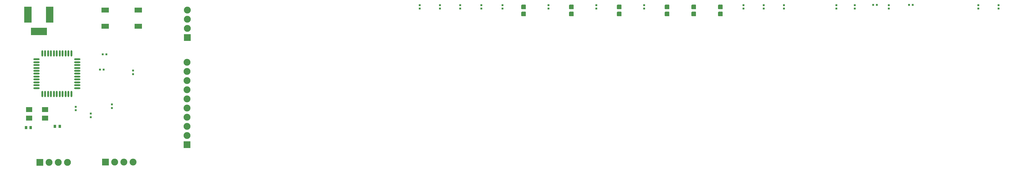
<source format=gtl>
G04 Layer_Physical_Order=1*
G04 Layer_Color=255*
%FSLAX24Y24*%
%MOIN*%
G70*
G01*
G75*
%ADD10R,0.0236X0.0197*%
%ADD11O,0.0197X0.0689*%
%ADD12O,0.0689X0.0197*%
G04:AMPARAMS|DCode=13|XSize=50mil|YSize=50mil|CornerRadius=6.3mil|HoleSize=0mil|Usage=FLASHONLY|Rotation=90.000|XOffset=0mil|YOffset=0mil|HoleType=Round|Shape=RoundedRectangle|*
%AMROUNDEDRECTD13*
21,1,0.0500,0.0375,0,0,90.0*
21,1,0.0375,0.0500,0,0,90.0*
1,1,0.0125,0.0188,0.0188*
1,1,0.0125,0.0188,-0.0188*
1,1,0.0125,-0.0188,-0.0188*
1,1,0.0125,-0.0188,0.0188*
%
%ADD13ROUNDEDRECTD13*%
%ADD14R,0.0827X0.0551*%
%ADD15R,0.0315X0.0354*%
%ADD16R,0.0197X0.0236*%
%ADD17R,0.0709X0.0551*%
%ADD18R,0.0787X0.1772*%
%ADD19R,0.1772X0.0787*%
%ADD20C,0.0750*%
%ADD21R,0.0750X0.0750*%
%ADD22R,0.0750X0.0750*%
D10*
X116350Y28703D02*
D03*
Y29097D02*
D03*
X114150Y28703D02*
D03*
Y29097D02*
D03*
X104400Y28703D02*
D03*
Y29097D02*
D03*
X100700Y28703D02*
D03*
Y29097D02*
D03*
X98700Y28703D02*
D03*
Y29097D02*
D03*
X93000Y28703D02*
D03*
Y29097D02*
D03*
X90800Y28703D02*
D03*
Y29097D02*
D03*
X88600Y28703D02*
D03*
Y29097D02*
D03*
X55600Y28703D02*
D03*
Y29097D02*
D03*
X53400Y28703D02*
D03*
Y29097D02*
D03*
X22250Y21550D02*
D03*
Y21944D02*
D03*
X19950Y17850D02*
D03*
Y18244D02*
D03*
X17650Y16853D02*
D03*
Y17247D02*
D03*
X16000Y17600D02*
D03*
Y17994D02*
D03*
X77800Y28703D02*
D03*
Y29097D02*
D03*
X72600Y28703D02*
D03*
Y29097D02*
D03*
X67400Y28703D02*
D03*
Y29097D02*
D03*
X62400Y28703D02*
D03*
Y29097D02*
D03*
X60100Y28703D02*
D03*
Y29097D02*
D03*
X57800Y28703D02*
D03*
Y29097D02*
D03*
D11*
X12375Y23824D02*
D03*
X12690D02*
D03*
X13005D02*
D03*
X13320D02*
D03*
X13635D02*
D03*
X13950D02*
D03*
X14265D02*
D03*
X14580D02*
D03*
X14895D02*
D03*
X15210D02*
D03*
X15525D02*
D03*
Y19376D02*
D03*
X15210D02*
D03*
X14895D02*
D03*
X14580D02*
D03*
X14265D02*
D03*
X13950D02*
D03*
X13635D02*
D03*
X13320D02*
D03*
X13005D02*
D03*
X12690D02*
D03*
X12375D02*
D03*
D12*
X16174Y23175D02*
D03*
Y22860D02*
D03*
Y22545D02*
D03*
Y22230D02*
D03*
Y21915D02*
D03*
Y21600D02*
D03*
Y21285D02*
D03*
Y20970D02*
D03*
Y20655D02*
D03*
Y20340D02*
D03*
Y20025D02*
D03*
X11726D02*
D03*
Y20340D02*
D03*
Y20655D02*
D03*
Y20970D02*
D03*
Y21285D02*
D03*
Y21600D02*
D03*
Y21915D02*
D03*
Y22230D02*
D03*
Y22545D02*
D03*
Y22860D02*
D03*
Y23175D02*
D03*
D13*
X86100Y28125D02*
D03*
Y28875D02*
D03*
X83200Y28125D02*
D03*
Y28875D02*
D03*
X80300Y28125D02*
D03*
Y28875D02*
D03*
X75100Y28125D02*
D03*
Y28875D02*
D03*
X69900Y28125D02*
D03*
Y28875D02*
D03*
X64700Y28125D02*
D03*
Y28875D02*
D03*
D14*
X22800Y26778D02*
D03*
Y28550D02*
D03*
X19217Y26778D02*
D03*
Y28550D02*
D03*
D15*
X10600Y15700D02*
D03*
X11112D02*
D03*
X13750Y15850D02*
D03*
X14262D02*
D03*
D16*
X18956Y23700D02*
D03*
X19350D02*
D03*
X18656Y22050D02*
D03*
X19050D02*
D03*
X106603Y29100D02*
D03*
X106997D02*
D03*
X102703D02*
D03*
X103097D02*
D03*
D17*
X10950Y17695D02*
D03*
X12682Y16750D02*
D03*
X10950D02*
D03*
X12682Y17695D02*
D03*
D18*
X10819Y28050D02*
D03*
X13181D02*
D03*
D19*
X12000Y26200D02*
D03*
D20*
X28150Y27550D02*
D03*
Y26550D02*
D03*
Y28550D02*
D03*
X21250Y11950D02*
D03*
X20250D02*
D03*
X22250D02*
D03*
X14100Y11900D02*
D03*
X13100D02*
D03*
X15100D02*
D03*
X28100Y22850D02*
D03*
Y15850D02*
D03*
Y18850D02*
D03*
Y14850D02*
D03*
Y20850D02*
D03*
Y19850D02*
D03*
Y16850D02*
D03*
Y17850D02*
D03*
Y21850D02*
D03*
D21*
X28150Y25550D02*
D03*
X28100Y13850D02*
D03*
D22*
X19250Y11950D02*
D03*
X12100Y11900D02*
D03*
M02*

</source>
